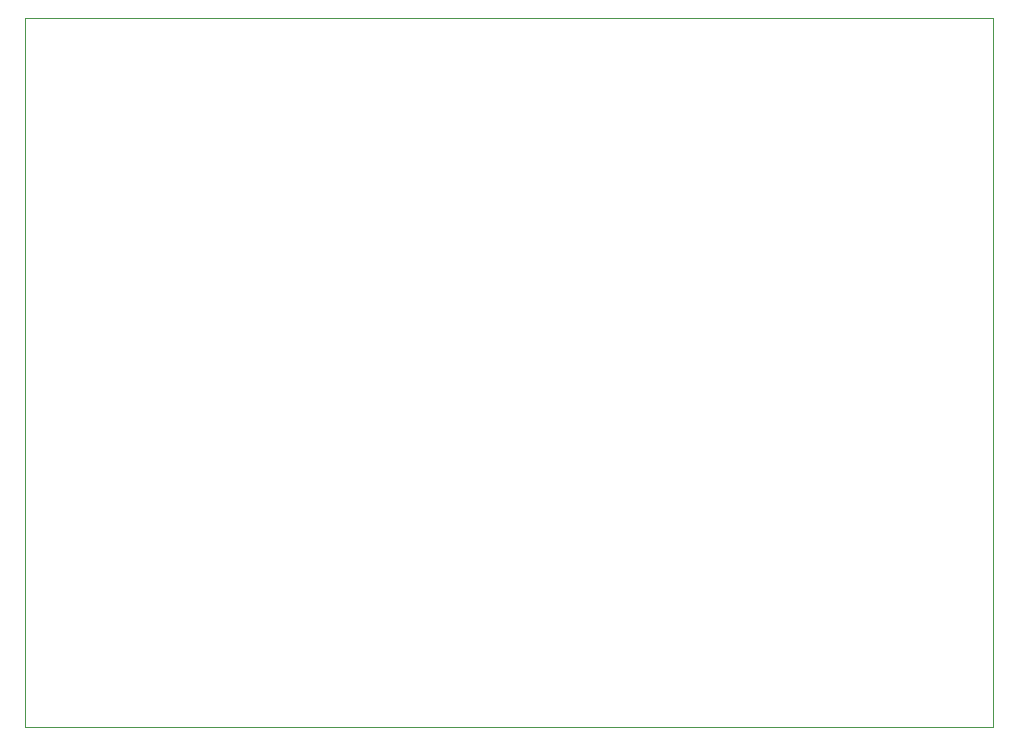
<source format=gbr>
%TF.GenerationSoftware,KiCad,Pcbnew,8.0.6-1.fc40*%
%TF.CreationDate,2024-12-19T20:54:17-05:00*%
%TF.ProjectId,Controller_T41,436f6e74-726f-46c6-9c65-725f5434312e,rev?*%
%TF.SameCoordinates,Original*%
%TF.FileFunction,Profile,NP*%
%FSLAX46Y46*%
G04 Gerber Fmt 4.6, Leading zero omitted, Abs format (unit mm)*
G04 Created by KiCad (PCBNEW 8.0.6-1.fc40) date 2024-12-19 20:54:17*
%MOMM*%
%LPD*%
G01*
G04 APERTURE LIST*
%TA.AperFunction,Profile*%
%ADD10C,0.100000*%
%TD*%
G04 APERTURE END LIST*
D10*
X101000000Y-70000000D02*
X183000000Y-70000000D01*
X183000000Y-130000000D01*
X101000000Y-130000000D01*
X101000000Y-70000000D01*
M02*

</source>
